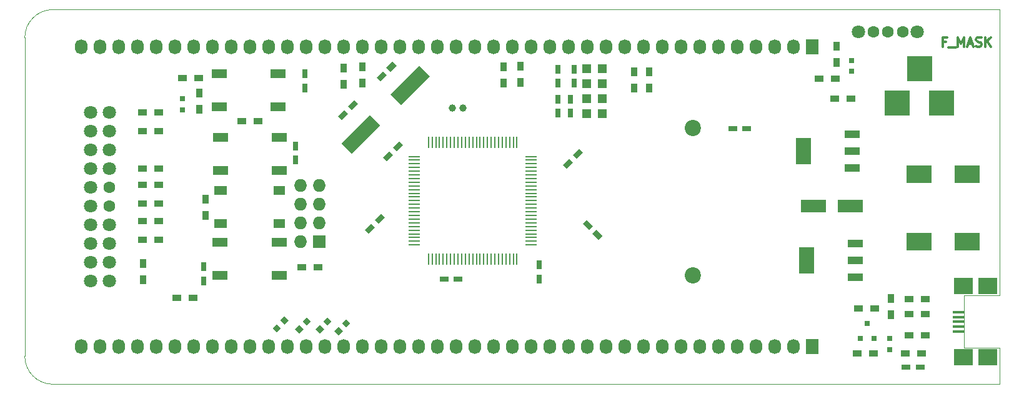
<source format=gts>
G04 #@! TF.FileFunction,Soldermask,Top*
%FSLAX46Y46*%
G04 Gerber Fmt 4.6, Leading zero omitted, Abs format (unit mm)*
G04 Created by KiCad (PCBNEW (2015-01-16 BZR 5376)-product) date 12-Jul-16 12:06:51 PM*
%MOMM*%
G01*
G04 APERTURE LIST*
%ADD10C,0.150000*%
%ADD11C,0.100000*%
%ADD12C,0.300000*%
%ADD13R,1.727200X1.727200*%
%ADD14O,1.727200X1.727200*%
%ADD15R,1.500000X0.400000*%
%ADD16R,2.500000X2.200000*%
%ADD17C,1.000760*%
%ADD18R,2.000000X1.300000*%
%ADD19R,1.800000X1.300000*%
%ADD20R,1.550000X1.300000*%
%ADD21C,2.200000*%
%ADD22R,0.750000X1.200000*%
%ADD23R,1.200000X0.750000*%
%ADD24R,3.500120X2.400300*%
%ADD25R,3.500120X3.500120*%
%ADD26R,0.797560X0.797560*%
%ADD27R,3.500120X1.800860*%
%ADD28R,2.032000X3.657600*%
%ADD29R,2.032000X1.016000*%
%ADD30R,1.198880X1.198880*%
%ADD31R,1.727200X2.032000*%
%ADD32O,1.727200X2.032000*%
%ADD33C,1.800000*%
%ADD34C,1.600000*%
%ADD35R,0.800100X0.800100*%
%ADD36R,0.900000X1.200000*%
%ADD37R,1.200000X0.900000*%
%ADD38R,0.280000X1.500000*%
%ADD39R,1.500000X0.280000*%
G04 APERTURE END LIST*
D10*
D11*
X220980000Y-120015000D02*
X220980000Y-81280000D01*
X220980000Y-132080000D02*
X220980000Y-127127000D01*
X216154000Y-127127000D02*
X220980000Y-127127000D01*
X216154000Y-120015000D02*
X216154000Y-127127000D01*
X220980000Y-120015000D02*
X216154000Y-120015000D01*
D12*
X213722857Y-85634286D02*
X213299524Y-85634286D01*
X213299524Y-86299524D02*
X213299524Y-85029524D01*
X213904286Y-85029524D01*
X214085714Y-86420476D02*
X215053333Y-86420476D01*
X215355714Y-86299524D02*
X215355714Y-85029524D01*
X215779047Y-85936667D01*
X216202381Y-85029524D01*
X216202381Y-86299524D01*
X216746667Y-85936667D02*
X217351429Y-85936667D01*
X216625714Y-86299524D02*
X217049048Y-85029524D01*
X217472381Y-86299524D01*
X217835238Y-86239048D02*
X218016666Y-86299524D01*
X218319047Y-86299524D01*
X218440000Y-86239048D01*
X218500476Y-86178571D01*
X218560952Y-86057619D01*
X218560952Y-85936667D01*
X218500476Y-85815714D01*
X218440000Y-85755238D01*
X218319047Y-85694762D01*
X218077143Y-85634286D01*
X217956190Y-85573810D01*
X217895714Y-85513333D01*
X217835238Y-85392381D01*
X217835238Y-85271429D01*
X217895714Y-85150476D01*
X217956190Y-85090000D01*
X218077143Y-85029524D01*
X218379523Y-85029524D01*
X218560952Y-85090000D01*
X219105238Y-86299524D02*
X219105238Y-85029524D01*
X219830952Y-86299524D02*
X219286667Y-85573810D01*
X219830952Y-85029524D02*
X219105238Y-85755238D01*
D11*
X92710000Y-81280000D02*
X218440000Y-81280000D01*
X92710000Y-132080000D02*
X220980000Y-132080000D01*
X88900000Y-85090000D02*
X88900000Y-128270000D01*
X88900000Y-128270000D02*
G75*
G03X92710000Y-132080000I3810000J0D01*
G01*
X92710000Y-81280000D02*
G75*
G03X88900000Y-85090000I0J-3810000D01*
G01*
X218440000Y-81280000D02*
X220980000Y-81280000D01*
D13*
X128778000Y-112776000D03*
D14*
X126238000Y-112776000D03*
X128778000Y-110236000D03*
X126238000Y-110236000D03*
X128778000Y-107696000D03*
X126238000Y-107696000D03*
X128778000Y-105156000D03*
X126238000Y-105156000D03*
D15*
X215400000Y-124900000D03*
X215400000Y-124250000D03*
X215400000Y-123600000D03*
X215400000Y-122950000D03*
X215400000Y-122300000D03*
D16*
X216100000Y-128425000D03*
X219400000Y-128425000D03*
X216100000Y-118775000D03*
X219400000Y-118775000D03*
D17*
X146824700Y-94615000D03*
X148323300Y-94615000D03*
D18*
X123384000Y-112808000D03*
X123384000Y-117308000D03*
X115384000Y-112808000D03*
X115384000Y-117308000D03*
D19*
X115405000Y-110327000D03*
X115405000Y-105827000D03*
D20*
X123355000Y-105827000D03*
X123355000Y-110327000D03*
D18*
X123355000Y-98588000D03*
X123355000Y-103088000D03*
X115405000Y-103088000D03*
X115405000Y-98588000D03*
X123228000Y-89952000D03*
X123228000Y-94452000D03*
X115278000Y-94452000D03*
X115278000Y-89952000D03*
D21*
X179451000Y-97348040D03*
X179451000Y-117348000D03*
D22*
X126873000Y-91882000D03*
X126873000Y-89982000D03*
X125603000Y-101661000D03*
X125603000Y-99761000D03*
D10*
G36*
X138752850Y-88300820D02*
X139283180Y-88831150D01*
X138434652Y-89679678D01*
X137904322Y-89149348D01*
X138752850Y-88300820D01*
X138752850Y-88300820D01*
G37*
G36*
X137409348Y-89644322D02*
X137939678Y-90174652D01*
X137091150Y-91023180D01*
X136560820Y-90492850D01*
X137409348Y-89644322D01*
X137409348Y-89644322D01*
G37*
G36*
X133545850Y-93507820D02*
X134076180Y-94038150D01*
X133227652Y-94886678D01*
X132697322Y-94356348D01*
X133545850Y-93507820D01*
X133545850Y-93507820D01*
G37*
G36*
X132202348Y-94851322D02*
X132732678Y-95381652D01*
X131884150Y-96230180D01*
X131353820Y-95699850D01*
X132202348Y-94851322D01*
X132202348Y-94851322D01*
G37*
D23*
X184851000Y-97409000D03*
X186751000Y-97409000D03*
D10*
G36*
X139641850Y-99095820D02*
X140172180Y-99626150D01*
X139323652Y-100474678D01*
X138793322Y-99944348D01*
X139641850Y-99095820D01*
X139641850Y-99095820D01*
G37*
G36*
X138298348Y-100439322D02*
X138828678Y-100969652D01*
X137980150Y-101818180D01*
X137449820Y-101287850D01*
X138298348Y-100439322D01*
X138298348Y-100439322D01*
G37*
D22*
X161163000Y-93411000D03*
X161163000Y-95311000D03*
X162814000Y-93411000D03*
X162814000Y-95311000D03*
D10*
G36*
X167223180Y-111955850D02*
X166692850Y-112486180D01*
X165844322Y-111637652D01*
X166374652Y-111107322D01*
X167223180Y-111955850D01*
X167223180Y-111955850D01*
G37*
G36*
X165879678Y-110612348D02*
X165349348Y-111142678D01*
X164500820Y-110294150D01*
X165031150Y-109763820D01*
X165879678Y-110612348D01*
X165879678Y-110612348D01*
G37*
D23*
X147635000Y-117856000D03*
X145735000Y-117856000D03*
D22*
X158623000Y-115890000D03*
X158623000Y-117790000D03*
X163322000Y-89347000D03*
X163322000Y-91247000D03*
X161163000Y-89347000D03*
X161163000Y-91247000D03*
D10*
G36*
X137165350Y-108938320D02*
X137695680Y-109468650D01*
X136847152Y-110317178D01*
X136316822Y-109786848D01*
X137165350Y-108938320D01*
X137165350Y-108938320D01*
G37*
G36*
X135821848Y-110281822D02*
X136352178Y-110812152D01*
X135503650Y-111660680D01*
X134973320Y-111130350D01*
X135821848Y-110281822D01*
X135821848Y-110281822D01*
G37*
G36*
X164025850Y-100111820D02*
X164556180Y-100642150D01*
X163707652Y-101490678D01*
X163177322Y-100960348D01*
X164025850Y-100111820D01*
X164025850Y-100111820D01*
G37*
G36*
X162682348Y-101455322D02*
X163212678Y-101985652D01*
X162364150Y-102834180D01*
X161833820Y-102303850D01*
X162682348Y-101455322D01*
X162682348Y-101455322D01*
G37*
D23*
X208346000Y-129794000D03*
X210246000Y-129794000D03*
D24*
X210108800Y-103632000D03*
X216611200Y-103632000D03*
X210108800Y-112776000D03*
X216611200Y-112776000D03*
D25*
X207159860Y-93980000D03*
X213159340Y-93980000D03*
X210159600Y-89281000D03*
D26*
X110236000Y-93357700D03*
X110236000Y-94856300D03*
D10*
G36*
X131423165Y-125426795D02*
X130859205Y-124862835D01*
X131423165Y-124298875D01*
X131987125Y-124862835D01*
X131423165Y-125426795D01*
X131423165Y-125426795D01*
G37*
G36*
X132482835Y-124367125D02*
X131918875Y-123803165D01*
X132482835Y-123239205D01*
X133046795Y-123803165D01*
X132482835Y-124367125D01*
X132482835Y-124367125D01*
G37*
G36*
X128883165Y-125172795D02*
X128319205Y-124608835D01*
X128883165Y-124044875D01*
X129447125Y-124608835D01*
X128883165Y-125172795D01*
X128883165Y-125172795D01*
G37*
G36*
X129942835Y-124113125D02*
X129378875Y-123549165D01*
X129942835Y-122985205D01*
X130506795Y-123549165D01*
X129942835Y-124113125D01*
X129942835Y-124113125D01*
G37*
G36*
X126089165Y-125172795D02*
X125525205Y-124608835D01*
X126089165Y-124044875D01*
X126653125Y-124608835D01*
X126089165Y-125172795D01*
X126089165Y-125172795D01*
G37*
G36*
X127148835Y-124113125D02*
X126584875Y-123549165D01*
X127148835Y-122985205D01*
X127712795Y-123549165D01*
X127148835Y-124113125D01*
X127148835Y-124113125D01*
G37*
G36*
X123041165Y-125045795D02*
X122477205Y-124481835D01*
X123041165Y-123917875D01*
X123605125Y-124481835D01*
X123041165Y-125045795D01*
X123041165Y-125045795D01*
G37*
G36*
X124100835Y-123986125D02*
X123536875Y-123422165D01*
X124100835Y-122858205D01*
X124664795Y-123422165D01*
X124100835Y-123986125D01*
X124100835Y-123986125D01*
G37*
D27*
X200746360Y-107950000D03*
X195747640Y-107950000D03*
D26*
X206121000Y-125869700D03*
X206121000Y-127368300D03*
D28*
X194818000Y-115316000D03*
D29*
X201422000Y-115316000D03*
X201422000Y-113030000D03*
X201422000Y-117602000D03*
D28*
X194437000Y-100457000D03*
D29*
X201041000Y-100457000D03*
X201041000Y-98171000D03*
X201041000Y-102743000D03*
D30*
X165066980Y-93345000D03*
X167165020Y-93345000D03*
X165066980Y-95377000D03*
X167165020Y-95377000D03*
X165066980Y-89281000D03*
X167165020Y-89281000D03*
X165066980Y-91313000D03*
X167165020Y-91313000D03*
D31*
X195580000Y-86360000D03*
D32*
X193040000Y-86360000D03*
X190500000Y-86360000D03*
X187960000Y-86360000D03*
X185420000Y-86360000D03*
X182880000Y-86360000D03*
X180340000Y-86360000D03*
X177800000Y-86360000D03*
X175260000Y-86360000D03*
X172720000Y-86360000D03*
X170180000Y-86360000D03*
X167640000Y-86360000D03*
X165100000Y-86360000D03*
X162560000Y-86360000D03*
X160020000Y-86360000D03*
X157480000Y-86360000D03*
X154940000Y-86360000D03*
X152400000Y-86360000D03*
X149860000Y-86360000D03*
X147320000Y-86360000D03*
X144780000Y-86360000D03*
X142240000Y-86360000D03*
X139700000Y-86360000D03*
X137160000Y-86360000D03*
X134620000Y-86360000D03*
X132080000Y-86360000D03*
X129540000Y-86360000D03*
X127000000Y-86360000D03*
X124460000Y-86360000D03*
X121920000Y-86360000D03*
X119380000Y-86360000D03*
X116840000Y-86360000D03*
X114300000Y-86360000D03*
X111760000Y-86360000D03*
X109220000Y-86360000D03*
X106680000Y-86360000D03*
X104140000Y-86360000D03*
X101600000Y-86360000D03*
X99060000Y-86360000D03*
X96520000Y-86360000D03*
D33*
X100330000Y-118110000D03*
X97790000Y-118110000D03*
X100330000Y-115570000D03*
X97790000Y-115570000D03*
X100330000Y-113030000D03*
X97790000Y-113030000D03*
X100330000Y-110490000D03*
X97790000Y-110490000D03*
D34*
X100330000Y-107950000D03*
D33*
X97790000Y-107950000D03*
D34*
X100330000Y-105410000D03*
D33*
X97790000Y-105410000D03*
X100330000Y-102870000D03*
X97790000Y-102870000D03*
X100330000Y-100330000D03*
X97790000Y-100330000D03*
X100330000Y-97790000D03*
X97790000Y-97790000D03*
X100330000Y-95250000D03*
X97790000Y-95250000D03*
D31*
X195580000Y-127000000D03*
D32*
X193040000Y-127000000D03*
X190500000Y-127000000D03*
X187960000Y-127000000D03*
X185420000Y-127000000D03*
X182880000Y-127000000D03*
X180340000Y-127000000D03*
X177800000Y-127000000D03*
X175260000Y-127000000D03*
X172720000Y-127000000D03*
X170180000Y-127000000D03*
X167640000Y-127000000D03*
X165100000Y-127000000D03*
X162560000Y-127000000D03*
X160020000Y-127000000D03*
X157480000Y-127000000D03*
X154940000Y-127000000D03*
X152400000Y-127000000D03*
X149860000Y-127000000D03*
X147320000Y-127000000D03*
X144780000Y-127000000D03*
X142240000Y-127000000D03*
X139700000Y-127000000D03*
X137160000Y-127000000D03*
X134620000Y-127000000D03*
X132080000Y-127000000D03*
X129540000Y-127000000D03*
X127000000Y-127000000D03*
X124460000Y-127000000D03*
X121920000Y-127000000D03*
X119380000Y-127000000D03*
X116840000Y-127000000D03*
X114300000Y-127000000D03*
X111760000Y-127000000D03*
X109220000Y-127000000D03*
X106680000Y-127000000D03*
X104140000Y-127000000D03*
X101600000Y-127000000D03*
X99060000Y-127000000D03*
X96520000Y-127000000D03*
D35*
X202123000Y-125841760D03*
X204023000Y-125841760D03*
X203073000Y-123842780D03*
D36*
X112522000Y-94826000D03*
X112522000Y-92626000D03*
D37*
X112479000Y-90551000D03*
X110279000Y-90551000D03*
D36*
X104902000Y-115740000D03*
X104902000Y-117940000D03*
D37*
X104818000Y-112522000D03*
X107018000Y-112522000D03*
X104818000Y-109982000D03*
X107018000Y-109982000D03*
X104818000Y-107569000D03*
X107018000Y-107569000D03*
X104818000Y-105029000D03*
X107018000Y-105029000D03*
X104818000Y-102870000D03*
X107018000Y-102870000D03*
X104818000Y-97790000D03*
X107018000Y-97790000D03*
X104818000Y-95250000D03*
X107018000Y-95250000D03*
X120480000Y-96393000D03*
X118280000Y-96393000D03*
D36*
X132080000Y-89197000D03*
X132080000Y-91397000D03*
X134620000Y-89070000D03*
X134620000Y-91270000D03*
X153797000Y-89070000D03*
X153797000Y-91270000D03*
X156083000Y-88943000D03*
X156083000Y-91143000D03*
X171450000Y-89705000D03*
X171450000Y-91905000D03*
X173482000Y-89705000D03*
X173482000Y-91905000D03*
D37*
X196512000Y-90678000D03*
X198712000Y-90678000D03*
X210904000Y-125476000D03*
X208704000Y-125476000D03*
D36*
X198882000Y-86276000D03*
X198882000Y-88476000D03*
D37*
X208704000Y-122555000D03*
X210904000Y-122555000D03*
X208704000Y-120523000D03*
X210904000Y-120523000D03*
X128608000Y-116205000D03*
X126408000Y-116205000D03*
D36*
X206248000Y-120439000D03*
X206248000Y-122639000D03*
D37*
X210396000Y-127889000D03*
X208196000Y-127889000D03*
D36*
X113411000Y-109177000D03*
X113411000Y-106977000D03*
D37*
X201846000Y-121793000D03*
X204046000Y-121793000D03*
X203919000Y-127889000D03*
X201719000Y-127889000D03*
X198671000Y-93345000D03*
X200871000Y-93345000D03*
D34*
X207867000Y-84328000D03*
X205867000Y-84328000D03*
X203867000Y-84328000D03*
D33*
X201867000Y-84328000D03*
X209867000Y-84328000D03*
D38*
X155606000Y-99288000D03*
X155106000Y-99288000D03*
X154606000Y-99288000D03*
X154106000Y-99288000D03*
X153606000Y-99288000D03*
X153106000Y-99288000D03*
X152606000Y-99288000D03*
X152106000Y-99288000D03*
X151606000Y-99288000D03*
X151106000Y-99288000D03*
X150606000Y-99288000D03*
X150106000Y-99288000D03*
X149606000Y-99288000D03*
X149106000Y-99288000D03*
X148606000Y-99288000D03*
X148106000Y-99288000D03*
X147606000Y-99288000D03*
X147106000Y-99288000D03*
X146606000Y-99288000D03*
X146106000Y-99288000D03*
X145606000Y-99288000D03*
X145106000Y-99288000D03*
X144606000Y-99288000D03*
X144106000Y-99288000D03*
X143606000Y-99288000D03*
D39*
X141706000Y-101188000D03*
X141706000Y-101688000D03*
X141706000Y-102188000D03*
X141706000Y-102688000D03*
X141706000Y-103188000D03*
X141706000Y-103688000D03*
X141706000Y-104188000D03*
X141706000Y-104688000D03*
X141706000Y-105188000D03*
X141706000Y-105688000D03*
X141706000Y-106188000D03*
X141706000Y-106688000D03*
X141706000Y-107188000D03*
X141706000Y-107688000D03*
X141706000Y-108188000D03*
X141706000Y-108688000D03*
X141706000Y-109188000D03*
X141706000Y-109688000D03*
X141706000Y-110188000D03*
X141706000Y-110688000D03*
X141706000Y-111188000D03*
X141706000Y-111688000D03*
X141706000Y-112188000D03*
X141706000Y-112688000D03*
X141706000Y-113188000D03*
D38*
X143606000Y-115088000D03*
X144106000Y-115088000D03*
X144606000Y-115088000D03*
X145106000Y-115088000D03*
X145606000Y-115088000D03*
X146106000Y-115088000D03*
X146606000Y-115088000D03*
X147106000Y-115088000D03*
X147606000Y-115088000D03*
X148106000Y-115088000D03*
X148606000Y-115088000D03*
X149106000Y-115088000D03*
X149606000Y-115088000D03*
X150106000Y-115088000D03*
X150606000Y-115088000D03*
X151106000Y-115088000D03*
X151606000Y-115088000D03*
X152106000Y-115088000D03*
X152606000Y-115088000D03*
X153106000Y-115088000D03*
X153606000Y-115088000D03*
X154106000Y-115088000D03*
X154606000Y-115088000D03*
X155106000Y-115088000D03*
X155606000Y-115088000D03*
D39*
X157506000Y-113188000D03*
X157506000Y-112688000D03*
X157506000Y-112188000D03*
X157506000Y-111688000D03*
X157506000Y-111188000D03*
X157506000Y-110688000D03*
X157506000Y-110188000D03*
X157506000Y-109688000D03*
X157506000Y-109188000D03*
X157506000Y-108688000D03*
X157506000Y-108188000D03*
X157506000Y-107688000D03*
X157506000Y-107188000D03*
X157506000Y-106688000D03*
X157506000Y-106188000D03*
X157506000Y-105688000D03*
X157506000Y-105188000D03*
X157506000Y-104688000D03*
X157506000Y-104188000D03*
X157506000Y-103688000D03*
X157506000Y-103188000D03*
X157506000Y-102688000D03*
X157506000Y-102188000D03*
X157506000Y-101688000D03*
X157506000Y-101188000D03*
D10*
G36*
X142355174Y-88895333D02*
X143768667Y-90308826D01*
X139880216Y-94197277D01*
X138466723Y-92783784D01*
X142355174Y-88895333D01*
X142355174Y-88895333D01*
G37*
G36*
X135709784Y-95540723D02*
X137123277Y-96954216D01*
X133234826Y-100842667D01*
X131821333Y-99429174D01*
X135709784Y-95540723D01*
X135709784Y-95540723D01*
G37*
D26*
X200914000Y-88150700D03*
X200914000Y-89649300D03*
D22*
X113157000Y-116144000D03*
X113157000Y-118044000D03*
D37*
X111717000Y-120396000D03*
X109517000Y-120396000D03*
M02*

</source>
